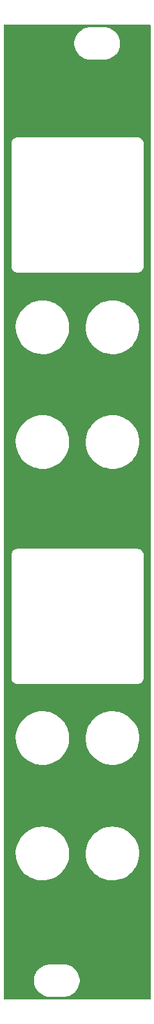
<source format=gbr>
%TF.GenerationSoftware,KiCad,Pcbnew,(6.0.11)*%
%TF.CreationDate,2023-01-29T15:19:43+00:00*%
%TF.ProjectId,Quadraphone_Breakout_Panel,51756164-7261-4706-986f-6e655f427265,rev?*%
%TF.SameCoordinates,Original*%
%TF.FileFunction,Copper,L1,Top*%
%TF.FilePolarity,Positive*%
%FSLAX46Y46*%
G04 Gerber Fmt 4.6, Leading zero omitted, Abs format (unit mm)*
G04 Created by KiCad (PCBNEW (6.0.11)) date 2023-01-29 15:19:43*
%MOMM*%
%LPD*%
G01*
G04 APERTURE LIST*
G04 APERTURE END LIST*
%TA.AperFunction,NonConductor*%
G36*
X68953621Y-41428502D02*
G01*
X69000114Y-41482158D01*
X69011500Y-41534500D01*
X69011500Y-168765500D01*
X68991498Y-168833621D01*
X68937842Y-168880114D01*
X68885500Y-168891500D01*
X49834500Y-168891500D01*
X49766379Y-168871498D01*
X49719886Y-168817842D01*
X49708500Y-168765500D01*
X49708500Y-166532703D01*
X53690743Y-166532703D01*
X53728268Y-166817734D01*
X53804129Y-167095036D01*
X53916923Y-167359476D01*
X54064561Y-167606161D01*
X54244313Y-167830528D01*
X54452851Y-168028423D01*
X54686317Y-168196186D01*
X54690112Y-168198195D01*
X54690113Y-168198196D01*
X54711869Y-168209715D01*
X54940392Y-168330712D01*
X55210373Y-168429511D01*
X55491264Y-168490755D01*
X55519841Y-168493004D01*
X55714282Y-168508307D01*
X55714291Y-168508307D01*
X55716739Y-168508500D01*
X57672271Y-168508500D01*
X57674407Y-168508354D01*
X57674418Y-168508354D01*
X57882548Y-168494165D01*
X57882554Y-168494164D01*
X57886825Y-168493873D01*
X57891020Y-168493004D01*
X57891022Y-168493004D01*
X58027584Y-168464723D01*
X58168342Y-168435574D01*
X58439343Y-168339607D01*
X58694812Y-168207750D01*
X58698313Y-168205289D01*
X58698317Y-168205287D01*
X58812417Y-168125096D01*
X58930023Y-168042441D01*
X59140622Y-167846740D01*
X59322713Y-167624268D01*
X59472927Y-167379142D01*
X59588483Y-167115898D01*
X59667244Y-166839406D01*
X59707751Y-166554784D01*
X59707845Y-166536951D01*
X59709235Y-166271583D01*
X59709235Y-166271576D01*
X59709257Y-166267297D01*
X59671732Y-165982266D01*
X59595871Y-165704964D01*
X59483077Y-165440524D01*
X59335439Y-165193839D01*
X59155687Y-164969472D01*
X58947149Y-164771577D01*
X58713683Y-164603814D01*
X58691843Y-164592250D01*
X58668654Y-164579972D01*
X58459608Y-164469288D01*
X58189627Y-164370489D01*
X57908736Y-164309245D01*
X57877685Y-164306801D01*
X57685718Y-164291693D01*
X57685709Y-164291693D01*
X57683261Y-164291500D01*
X55727729Y-164291500D01*
X55725593Y-164291646D01*
X55725582Y-164291646D01*
X55517452Y-164305835D01*
X55517446Y-164305836D01*
X55513175Y-164306127D01*
X55508980Y-164306996D01*
X55508978Y-164306996D01*
X55372417Y-164335276D01*
X55231658Y-164364426D01*
X54960657Y-164460393D01*
X54705188Y-164592250D01*
X54701687Y-164594711D01*
X54701683Y-164594713D01*
X54691594Y-164601804D01*
X54469977Y-164757559D01*
X54259378Y-164953260D01*
X54077287Y-165175732D01*
X53927073Y-165420858D01*
X53811517Y-165684102D01*
X53732756Y-165960594D01*
X53692249Y-166245216D01*
X53692227Y-166249505D01*
X53692226Y-166249512D01*
X53690765Y-166528417D01*
X53690743Y-166532703D01*
X49708500Y-166532703D01*
X49708500Y-149891972D01*
X51287724Y-149891972D01*
X51287990Y-149895313D01*
X51287990Y-149895318D01*
X51302829Y-150081777D01*
X51317384Y-150264680D01*
X51318004Y-150267975D01*
X51318004Y-150267978D01*
X51353286Y-150455596D01*
X51386482Y-150632126D01*
X51494234Y-150990149D01*
X51639422Y-151334694D01*
X51820400Y-151661861D01*
X51822321Y-151664599D01*
X51822327Y-151664609D01*
X52033197Y-151965202D01*
X52035120Y-151967943D01*
X52281149Y-152249476D01*
X52555702Y-152503270D01*
X52855670Y-152726452D01*
X52858557Y-152728156D01*
X53174764Y-152914789D01*
X53174769Y-152914792D01*
X53177655Y-152916495D01*
X53518013Y-153071246D01*
X53699521Y-153131450D01*
X53869696Y-153187895D01*
X53869703Y-153187897D01*
X53872887Y-153188953D01*
X53876172Y-153189666D01*
X53876171Y-153189666D01*
X54234981Y-153267572D01*
X54234984Y-153267572D01*
X54238261Y-153268284D01*
X54433587Y-153289331D01*
X54607477Y-153308068D01*
X54607485Y-153308069D01*
X54609995Y-153308339D01*
X54612515Y-153308407D01*
X54612527Y-153308408D01*
X54614515Y-153308461D01*
X54615945Y-153308500D01*
X54893461Y-153308500D01*
X54895127Y-153308411D01*
X54895136Y-153308411D01*
X55170022Y-153293764D01*
X55170028Y-153293763D01*
X55173357Y-153293586D01*
X55176649Y-153293056D01*
X55176656Y-153293055D01*
X55539170Y-153234665D01*
X55539171Y-153234665D01*
X55542485Y-153234131D01*
X55545725Y-153233248D01*
X55545728Y-153233247D01*
X55899960Y-153136672D01*
X55899961Y-153136672D01*
X55903206Y-153135787D01*
X56251434Y-152999669D01*
X56583226Y-152827317D01*
X56894824Y-152620683D01*
X57182700Y-152382108D01*
X57443595Y-152114292D01*
X57556574Y-151970464D01*
X57672481Y-151822907D01*
X57672482Y-151822905D01*
X57674553Y-151820269D01*
X57872959Y-151503369D01*
X58036566Y-151167179D01*
X58163523Y-150815507D01*
X58252390Y-150452336D01*
X58302163Y-150081777D01*
X58307299Y-149891972D01*
X60487724Y-149891972D01*
X60487990Y-149895313D01*
X60487990Y-149895318D01*
X60502829Y-150081777D01*
X60517384Y-150264680D01*
X60518004Y-150267975D01*
X60518004Y-150267978D01*
X60553286Y-150455596D01*
X60586482Y-150632126D01*
X60694234Y-150990149D01*
X60839422Y-151334694D01*
X61020400Y-151661861D01*
X61022321Y-151664599D01*
X61022327Y-151664609D01*
X61233197Y-151965202D01*
X61235120Y-151967943D01*
X61481149Y-152249476D01*
X61755702Y-152503270D01*
X62055670Y-152726452D01*
X62058557Y-152728156D01*
X62374764Y-152914789D01*
X62374769Y-152914792D01*
X62377655Y-152916495D01*
X62718013Y-153071246D01*
X62899521Y-153131450D01*
X63069696Y-153187895D01*
X63069703Y-153187897D01*
X63072887Y-153188953D01*
X63076172Y-153189666D01*
X63076171Y-153189666D01*
X63434981Y-153267572D01*
X63434984Y-153267572D01*
X63438261Y-153268284D01*
X63633587Y-153289331D01*
X63807477Y-153308068D01*
X63807485Y-153308069D01*
X63809995Y-153308339D01*
X63812515Y-153308407D01*
X63812527Y-153308408D01*
X63814515Y-153308461D01*
X63815945Y-153308500D01*
X64093461Y-153308500D01*
X64095127Y-153308411D01*
X64095136Y-153308411D01*
X64370022Y-153293764D01*
X64370028Y-153293763D01*
X64373357Y-153293586D01*
X64376649Y-153293056D01*
X64376656Y-153293055D01*
X64739170Y-153234665D01*
X64739171Y-153234665D01*
X64742485Y-153234131D01*
X64745725Y-153233248D01*
X64745728Y-153233247D01*
X65099960Y-153136672D01*
X65099961Y-153136672D01*
X65103206Y-153135787D01*
X65451434Y-152999669D01*
X65783226Y-152827317D01*
X66094824Y-152620683D01*
X66382700Y-152382108D01*
X66643595Y-152114292D01*
X66756574Y-151970464D01*
X66872481Y-151822907D01*
X66872482Y-151822905D01*
X66874553Y-151820269D01*
X67072959Y-151503369D01*
X67236566Y-151167179D01*
X67363523Y-150815507D01*
X67452390Y-150452336D01*
X67502163Y-150081777D01*
X67512276Y-149708028D01*
X67512010Y-149704682D01*
X67482883Y-149338669D01*
X67482882Y-149338660D01*
X67482616Y-149335320D01*
X67447952Y-149150984D01*
X67414136Y-148971158D01*
X67414134Y-148971150D01*
X67413518Y-148967874D01*
X67305766Y-148609851D01*
X67160578Y-148265306D01*
X66979600Y-147938139D01*
X66977679Y-147935401D01*
X66977673Y-147935391D01*
X66766803Y-147634798D01*
X66766802Y-147634796D01*
X66764880Y-147632057D01*
X66518851Y-147350524D01*
X66244298Y-147096730D01*
X65944330Y-146873548D01*
X65770823Y-146771140D01*
X65625236Y-146685211D01*
X65625231Y-146685208D01*
X65622345Y-146683505D01*
X65281987Y-146528754D01*
X65084735Y-146463328D01*
X64930304Y-146412105D01*
X64930297Y-146412103D01*
X64927113Y-146411047D01*
X64716578Y-146365335D01*
X64565019Y-146332428D01*
X64565016Y-146332428D01*
X64561739Y-146331716D01*
X64325270Y-146306236D01*
X64192523Y-146291932D01*
X64192515Y-146291931D01*
X64190005Y-146291661D01*
X64187485Y-146291593D01*
X64187473Y-146291592D01*
X64185485Y-146291539D01*
X64184055Y-146291500D01*
X63906539Y-146291500D01*
X63904873Y-146291589D01*
X63904864Y-146291589D01*
X63629978Y-146306236D01*
X63629972Y-146306237D01*
X63626643Y-146306414D01*
X63623351Y-146306944D01*
X63623344Y-146306945D01*
X63260830Y-146365335D01*
X63257515Y-146365869D01*
X63254275Y-146366752D01*
X63254272Y-146366753D01*
X62900040Y-146463328D01*
X62896794Y-146464213D01*
X62548566Y-146600331D01*
X62216774Y-146772683D01*
X61905176Y-146979317D01*
X61617300Y-147217892D01*
X61356405Y-147485708D01*
X61354338Y-147488340D01*
X61354334Y-147488344D01*
X61241446Y-147632057D01*
X61125447Y-147779731D01*
X60927041Y-148096631D01*
X60763434Y-148432821D01*
X60636477Y-148784493D01*
X60547610Y-149147664D01*
X60497837Y-149518223D01*
X60487724Y-149891972D01*
X58307299Y-149891972D01*
X58312276Y-149708028D01*
X58312010Y-149704682D01*
X58282883Y-149338669D01*
X58282882Y-149338660D01*
X58282616Y-149335320D01*
X58247952Y-149150984D01*
X58214136Y-148971158D01*
X58214134Y-148971150D01*
X58213518Y-148967874D01*
X58105766Y-148609851D01*
X57960578Y-148265306D01*
X57779600Y-147938139D01*
X57777679Y-147935401D01*
X57777673Y-147935391D01*
X57566803Y-147634798D01*
X57566802Y-147634796D01*
X57564880Y-147632057D01*
X57318851Y-147350524D01*
X57044298Y-147096730D01*
X56744330Y-146873548D01*
X56570823Y-146771140D01*
X56425236Y-146685211D01*
X56425231Y-146685208D01*
X56422345Y-146683505D01*
X56081987Y-146528754D01*
X55884735Y-146463328D01*
X55730304Y-146412105D01*
X55730297Y-146412103D01*
X55727113Y-146411047D01*
X55516578Y-146365335D01*
X55365019Y-146332428D01*
X55365016Y-146332428D01*
X55361739Y-146331716D01*
X55125270Y-146306236D01*
X54992523Y-146291932D01*
X54992515Y-146291931D01*
X54990005Y-146291661D01*
X54987485Y-146291593D01*
X54987473Y-146291592D01*
X54985485Y-146291539D01*
X54984055Y-146291500D01*
X54706539Y-146291500D01*
X54704873Y-146291589D01*
X54704864Y-146291589D01*
X54429978Y-146306236D01*
X54429972Y-146306237D01*
X54426643Y-146306414D01*
X54423351Y-146306944D01*
X54423344Y-146306945D01*
X54060830Y-146365335D01*
X54057515Y-146365869D01*
X54054275Y-146366752D01*
X54054272Y-146366753D01*
X53700040Y-146463328D01*
X53696794Y-146464213D01*
X53348566Y-146600331D01*
X53016774Y-146772683D01*
X52705176Y-146979317D01*
X52417300Y-147217892D01*
X52156405Y-147485708D01*
X52154338Y-147488340D01*
X52154334Y-147488344D01*
X52041446Y-147632057D01*
X51925447Y-147779731D01*
X51727041Y-148096631D01*
X51563434Y-148432821D01*
X51436477Y-148784493D01*
X51347610Y-149147664D01*
X51297837Y-149518223D01*
X51287724Y-149891972D01*
X49708500Y-149891972D01*
X49708500Y-134791972D01*
X51287724Y-134791972D01*
X51287990Y-134795313D01*
X51287990Y-134795318D01*
X51302829Y-134981777D01*
X51317384Y-135164680D01*
X51318004Y-135167975D01*
X51318004Y-135167978D01*
X51353286Y-135355596D01*
X51386482Y-135532126D01*
X51494234Y-135890149D01*
X51639422Y-136234694D01*
X51820400Y-136561861D01*
X51822321Y-136564599D01*
X51822327Y-136564609D01*
X52033197Y-136865202D01*
X52035120Y-136867943D01*
X52281149Y-137149476D01*
X52555702Y-137403270D01*
X52855670Y-137626452D01*
X52858557Y-137628156D01*
X53174764Y-137814789D01*
X53174769Y-137814792D01*
X53177655Y-137816495D01*
X53518013Y-137971246D01*
X53699521Y-138031450D01*
X53869696Y-138087895D01*
X53869703Y-138087897D01*
X53872887Y-138088953D01*
X53876172Y-138089666D01*
X53876171Y-138089666D01*
X54234981Y-138167572D01*
X54234984Y-138167572D01*
X54238261Y-138168284D01*
X54433587Y-138189331D01*
X54607477Y-138208068D01*
X54607485Y-138208069D01*
X54609995Y-138208339D01*
X54612515Y-138208407D01*
X54612527Y-138208408D01*
X54614515Y-138208461D01*
X54615945Y-138208500D01*
X54893461Y-138208500D01*
X54895127Y-138208411D01*
X54895136Y-138208411D01*
X55170022Y-138193764D01*
X55170028Y-138193763D01*
X55173357Y-138193586D01*
X55176649Y-138193056D01*
X55176656Y-138193055D01*
X55539170Y-138134665D01*
X55539171Y-138134665D01*
X55542485Y-138134131D01*
X55545725Y-138133248D01*
X55545728Y-138133247D01*
X55899960Y-138036672D01*
X55899961Y-138036672D01*
X55903206Y-138035787D01*
X56251434Y-137899669D01*
X56583226Y-137727317D01*
X56894824Y-137520683D01*
X57182700Y-137282108D01*
X57443595Y-137014292D01*
X57556574Y-136870464D01*
X57672481Y-136722907D01*
X57672482Y-136722905D01*
X57674553Y-136720269D01*
X57872959Y-136403369D01*
X58036566Y-136067179D01*
X58163523Y-135715507D01*
X58252390Y-135352336D01*
X58302163Y-134981777D01*
X58307299Y-134791972D01*
X60487724Y-134791972D01*
X60487990Y-134795313D01*
X60487990Y-134795318D01*
X60502829Y-134981777D01*
X60517384Y-135164680D01*
X60518004Y-135167975D01*
X60518004Y-135167978D01*
X60553286Y-135355596D01*
X60586482Y-135532126D01*
X60694234Y-135890149D01*
X60839422Y-136234694D01*
X61020400Y-136561861D01*
X61022321Y-136564599D01*
X61022327Y-136564609D01*
X61233197Y-136865202D01*
X61235120Y-136867943D01*
X61481149Y-137149476D01*
X61755702Y-137403270D01*
X62055670Y-137626452D01*
X62058557Y-137628156D01*
X62374764Y-137814789D01*
X62374769Y-137814792D01*
X62377655Y-137816495D01*
X62718013Y-137971246D01*
X62899521Y-138031450D01*
X63069696Y-138087895D01*
X63069703Y-138087897D01*
X63072887Y-138088953D01*
X63076172Y-138089666D01*
X63076171Y-138089666D01*
X63434981Y-138167572D01*
X63434984Y-138167572D01*
X63438261Y-138168284D01*
X63633587Y-138189331D01*
X63807477Y-138208068D01*
X63807485Y-138208069D01*
X63809995Y-138208339D01*
X63812515Y-138208407D01*
X63812527Y-138208408D01*
X63814515Y-138208461D01*
X63815945Y-138208500D01*
X64093461Y-138208500D01*
X64095127Y-138208411D01*
X64095136Y-138208411D01*
X64370022Y-138193764D01*
X64370028Y-138193763D01*
X64373357Y-138193586D01*
X64376649Y-138193056D01*
X64376656Y-138193055D01*
X64739170Y-138134665D01*
X64739171Y-138134665D01*
X64742485Y-138134131D01*
X64745725Y-138133248D01*
X64745728Y-138133247D01*
X65099960Y-138036672D01*
X65099961Y-138036672D01*
X65103206Y-138035787D01*
X65451434Y-137899669D01*
X65783226Y-137727317D01*
X66094824Y-137520683D01*
X66382700Y-137282108D01*
X66643595Y-137014292D01*
X66756574Y-136870464D01*
X66872481Y-136722907D01*
X66872482Y-136722905D01*
X66874553Y-136720269D01*
X67072959Y-136403369D01*
X67236566Y-136067179D01*
X67363523Y-135715507D01*
X67452390Y-135352336D01*
X67502163Y-134981777D01*
X67512276Y-134608028D01*
X67512010Y-134604682D01*
X67482883Y-134238669D01*
X67482882Y-134238660D01*
X67482616Y-134235320D01*
X67447952Y-134050984D01*
X67414136Y-133871158D01*
X67414134Y-133871150D01*
X67413518Y-133867874D01*
X67305766Y-133509851D01*
X67160578Y-133165306D01*
X66979600Y-132838139D01*
X66977679Y-132835401D01*
X66977673Y-132835391D01*
X66766803Y-132534798D01*
X66766802Y-132534796D01*
X66764880Y-132532057D01*
X66518851Y-132250524D01*
X66244298Y-131996730D01*
X65944330Y-131773548D01*
X65770823Y-131671140D01*
X65625236Y-131585211D01*
X65625231Y-131585208D01*
X65622345Y-131583505D01*
X65281987Y-131428754D01*
X65084735Y-131363328D01*
X64930304Y-131312105D01*
X64930297Y-131312103D01*
X64927113Y-131311047D01*
X64716578Y-131265335D01*
X64565019Y-131232428D01*
X64565016Y-131232428D01*
X64561739Y-131231716D01*
X64325270Y-131206236D01*
X64192523Y-131191932D01*
X64192515Y-131191931D01*
X64190005Y-131191661D01*
X64187485Y-131191593D01*
X64187473Y-131191592D01*
X64185485Y-131191539D01*
X64184055Y-131191500D01*
X63906539Y-131191500D01*
X63904873Y-131191589D01*
X63904864Y-131191589D01*
X63629978Y-131206236D01*
X63629972Y-131206237D01*
X63626643Y-131206414D01*
X63623351Y-131206944D01*
X63623344Y-131206945D01*
X63260830Y-131265335D01*
X63257515Y-131265869D01*
X63254275Y-131266752D01*
X63254272Y-131266753D01*
X62900040Y-131363328D01*
X62896794Y-131364213D01*
X62548566Y-131500331D01*
X62216774Y-131672683D01*
X61905176Y-131879317D01*
X61617300Y-132117892D01*
X61356405Y-132385708D01*
X61354338Y-132388340D01*
X61354334Y-132388344D01*
X61241446Y-132532057D01*
X61125447Y-132679731D01*
X60927041Y-132996631D01*
X60763434Y-133332821D01*
X60636477Y-133684493D01*
X60547610Y-134047664D01*
X60497837Y-134418223D01*
X60487724Y-134791972D01*
X58307299Y-134791972D01*
X58312276Y-134608028D01*
X58312010Y-134604682D01*
X58282883Y-134238669D01*
X58282882Y-134238660D01*
X58282616Y-134235320D01*
X58247952Y-134050984D01*
X58214136Y-133871158D01*
X58214134Y-133871150D01*
X58213518Y-133867874D01*
X58105766Y-133509851D01*
X57960578Y-133165306D01*
X57779600Y-132838139D01*
X57777679Y-132835401D01*
X57777673Y-132835391D01*
X57566803Y-132534798D01*
X57566802Y-132534796D01*
X57564880Y-132532057D01*
X57318851Y-132250524D01*
X57044298Y-131996730D01*
X56744330Y-131773548D01*
X56570823Y-131671140D01*
X56425236Y-131585211D01*
X56425231Y-131585208D01*
X56422345Y-131583505D01*
X56081987Y-131428754D01*
X55884735Y-131363328D01*
X55730304Y-131312105D01*
X55730297Y-131312103D01*
X55727113Y-131311047D01*
X55516578Y-131265335D01*
X55365019Y-131232428D01*
X55365016Y-131232428D01*
X55361739Y-131231716D01*
X55125270Y-131206236D01*
X54992523Y-131191932D01*
X54992515Y-131191931D01*
X54990005Y-131191661D01*
X54987485Y-131191593D01*
X54987473Y-131191592D01*
X54985485Y-131191539D01*
X54984055Y-131191500D01*
X54706539Y-131191500D01*
X54704873Y-131191589D01*
X54704864Y-131191589D01*
X54429978Y-131206236D01*
X54429972Y-131206237D01*
X54426643Y-131206414D01*
X54423351Y-131206944D01*
X54423344Y-131206945D01*
X54060830Y-131265335D01*
X54057515Y-131265869D01*
X54054275Y-131266752D01*
X54054272Y-131266753D01*
X53700040Y-131363328D01*
X53696794Y-131364213D01*
X53348566Y-131500331D01*
X53016774Y-131672683D01*
X52705176Y-131879317D01*
X52417300Y-132117892D01*
X52156405Y-132385708D01*
X52154338Y-132388340D01*
X52154334Y-132388344D01*
X52041446Y-132532057D01*
X51925447Y-132679731D01*
X51727041Y-132996631D01*
X51563434Y-133332821D01*
X51436477Y-133684493D01*
X51347610Y-134047664D01*
X51297837Y-134418223D01*
X51287724Y-134791972D01*
X49708500Y-134791972D01*
X49708500Y-110781148D01*
X50726272Y-110781148D01*
X50726454Y-110793699D01*
X50727271Y-110798489D01*
X50729707Y-110812775D01*
X50731500Y-110833956D01*
X50731500Y-126757127D01*
X50729066Y-126781772D01*
X50727037Y-126791946D01*
X50726505Y-126804488D01*
X50727049Y-126809320D01*
X50729618Y-126832156D01*
X50730122Y-126837754D01*
X50738438Y-126960885D01*
X50740036Y-126966826D01*
X50740036Y-126966828D01*
X50743252Y-126978785D01*
X50779136Y-127112219D01*
X50848426Y-127252781D01*
X50852165Y-127257666D01*
X50939932Y-127372339D01*
X50939935Y-127372343D01*
X50943673Y-127377226D01*
X50948290Y-127381294D01*
X50948291Y-127381295D01*
X50981698Y-127410728D01*
X51061256Y-127480824D01*
X51196707Y-127559638D01*
X51344877Y-127610672D01*
X51350981Y-127611510D01*
X51448843Y-127624945D01*
X51457409Y-127626424D01*
X51475181Y-127630127D01*
X51487543Y-127632703D01*
X51492399Y-127632951D01*
X51492400Y-127632951D01*
X51492713Y-127632967D01*
X51500080Y-127633343D01*
X51540231Y-127629174D01*
X51553245Y-127628500D01*
X67207878Y-127628500D01*
X67227477Y-127630723D01*
X67227566Y-127630127D01*
X67232392Y-127630849D01*
X67237127Y-127631937D01*
X67241975Y-127632284D01*
X67241978Y-127632284D01*
X67244787Y-127632485D01*
X67244793Y-127632485D01*
X67249648Y-127632832D01*
X67254495Y-127632428D01*
X67254507Y-127632428D01*
X67268354Y-127631274D01*
X67273222Y-127630963D01*
X67409517Y-127624908D01*
X67409520Y-127624908D01*
X67416039Y-127624618D01*
X67577311Y-127583194D01*
X67631311Y-127556544D01*
X67720769Y-127512395D01*
X67720772Y-127512393D01*
X67726624Y-127509505D01*
X67759219Y-127483921D01*
X67777587Y-127469504D01*
X67857602Y-127406698D01*
X67964651Y-127279163D01*
X68043200Y-127132348D01*
X68089893Y-126972522D01*
X68099088Y-126853672D01*
X68099949Y-126845786D01*
X68103728Y-126819042D01*
X68103551Y-126806490D01*
X68100285Y-126787295D01*
X68098500Y-126766160D01*
X68098500Y-110826209D01*
X68099814Y-110808063D01*
X68103026Y-110785996D01*
X68103026Y-110785990D01*
X68103728Y-110781169D01*
X68103603Y-110768616D01*
X68099179Y-110741951D01*
X68098380Y-110736362D01*
X68083973Y-110616475D01*
X68083973Y-110616473D01*
X68083240Y-110610377D01*
X68033931Y-110458788D01*
X67956199Y-110319616D01*
X67878296Y-110227919D01*
X67856967Y-110202814D01*
X67856965Y-110202812D01*
X67852989Y-110198132D01*
X67848186Y-110194313D01*
X67848183Y-110194311D01*
X67733015Y-110102758D01*
X67728206Y-110098935D01*
X67586576Y-110025780D01*
X67433460Y-109981436D01*
X67427344Y-109980903D01*
X67427341Y-109980902D01*
X67325931Y-109972057D01*
X67325069Y-109971982D01*
X67316413Y-109970924D01*
X67287195Y-109966321D01*
X67282333Y-109966312D01*
X67282327Y-109966312D01*
X67280925Y-109966310D01*
X67274642Y-109966299D01*
X67269835Y-109967039D01*
X67269830Y-109967039D01*
X67250368Y-109970034D01*
X67231206Y-109971500D01*
X51559800Y-109971500D01*
X51544183Y-109970528D01*
X51515595Y-109966957D01*
X51515592Y-109966957D01*
X51510766Y-109966354D01*
X51498219Y-109966733D01*
X51483280Y-109969524D01*
X51472494Y-109971538D01*
X51466891Y-109972454D01*
X51442243Y-109975917D01*
X51343586Y-109989780D01*
X51337798Y-109991788D01*
X51337795Y-109991789D01*
X51269798Y-110015383D01*
X51196010Y-110040986D01*
X51190719Y-110044075D01*
X51190718Y-110044075D01*
X51096736Y-110098935D01*
X51061104Y-110119734D01*
X50943949Y-110223058D01*
X50940228Y-110227916D01*
X50940225Y-110227919D01*
X50852688Y-110342196D01*
X50852685Y-110342201D01*
X50848959Y-110347065D01*
X50846242Y-110352559D01*
X50793706Y-110458788D01*
X50779711Y-110487085D01*
X50738813Y-110637844D01*
X50731627Y-110739570D01*
X50729944Y-110739451D01*
X50730146Y-110741301D01*
X50731498Y-110741397D01*
X50731426Y-110742413D01*
X50730855Y-110747806D01*
X50730906Y-110748268D01*
X50730653Y-110750062D01*
X50730606Y-110750167D01*
X50730508Y-110751089D01*
X50726272Y-110781148D01*
X49708500Y-110781148D01*
X49708500Y-96091972D01*
X51287724Y-96091972D01*
X51287990Y-96095313D01*
X51287990Y-96095318D01*
X51302829Y-96281777D01*
X51317384Y-96464680D01*
X51318004Y-96467975D01*
X51318004Y-96467978D01*
X51353286Y-96655596D01*
X51386482Y-96832126D01*
X51494234Y-97190149D01*
X51639422Y-97534694D01*
X51820400Y-97861861D01*
X51822321Y-97864599D01*
X51822327Y-97864609D01*
X52033197Y-98165202D01*
X52035120Y-98167943D01*
X52281149Y-98449476D01*
X52555702Y-98703270D01*
X52855670Y-98926452D01*
X52858557Y-98928156D01*
X53174764Y-99114789D01*
X53174769Y-99114792D01*
X53177655Y-99116495D01*
X53518013Y-99271246D01*
X53699521Y-99331450D01*
X53869696Y-99387895D01*
X53869703Y-99387897D01*
X53872887Y-99388953D01*
X53876172Y-99389666D01*
X53876171Y-99389666D01*
X54234981Y-99467572D01*
X54234984Y-99467572D01*
X54238261Y-99468284D01*
X54433587Y-99489331D01*
X54607477Y-99508068D01*
X54607485Y-99508069D01*
X54609995Y-99508339D01*
X54612515Y-99508407D01*
X54612527Y-99508408D01*
X54614515Y-99508461D01*
X54615945Y-99508500D01*
X54893461Y-99508500D01*
X54895127Y-99508411D01*
X54895136Y-99508411D01*
X55170022Y-99493764D01*
X55170028Y-99493763D01*
X55173357Y-99493586D01*
X55176649Y-99493056D01*
X55176656Y-99493055D01*
X55539170Y-99434665D01*
X55539171Y-99434665D01*
X55542485Y-99434131D01*
X55545725Y-99433248D01*
X55545728Y-99433247D01*
X55899960Y-99336672D01*
X55899961Y-99336672D01*
X55903206Y-99335787D01*
X56251434Y-99199669D01*
X56583226Y-99027317D01*
X56894824Y-98820683D01*
X57182700Y-98582108D01*
X57443595Y-98314292D01*
X57556574Y-98170464D01*
X57672481Y-98022907D01*
X57672482Y-98022905D01*
X57674553Y-98020269D01*
X57872959Y-97703369D01*
X58036566Y-97367179D01*
X58163523Y-97015507D01*
X58252390Y-96652336D01*
X58302163Y-96281777D01*
X58307299Y-96091972D01*
X60487724Y-96091972D01*
X60487990Y-96095313D01*
X60487990Y-96095318D01*
X60502829Y-96281777D01*
X60517384Y-96464680D01*
X60518004Y-96467975D01*
X60518004Y-96467978D01*
X60553286Y-96655596D01*
X60586482Y-96832126D01*
X60694234Y-97190149D01*
X60839422Y-97534694D01*
X61020400Y-97861861D01*
X61022321Y-97864599D01*
X61022327Y-97864609D01*
X61233197Y-98165202D01*
X61235120Y-98167943D01*
X61481149Y-98449476D01*
X61755702Y-98703270D01*
X62055670Y-98926452D01*
X62058557Y-98928156D01*
X62374764Y-99114789D01*
X62374769Y-99114792D01*
X62377655Y-99116495D01*
X62718013Y-99271246D01*
X62899521Y-99331450D01*
X63069696Y-99387895D01*
X63069703Y-99387897D01*
X63072887Y-99388953D01*
X63076172Y-99389666D01*
X63076171Y-99389666D01*
X63434981Y-99467572D01*
X63434984Y-99467572D01*
X63438261Y-99468284D01*
X63633587Y-99489331D01*
X63807477Y-99508068D01*
X63807485Y-99508069D01*
X63809995Y-99508339D01*
X63812515Y-99508407D01*
X63812527Y-99508408D01*
X63814515Y-99508461D01*
X63815945Y-99508500D01*
X64093461Y-99508500D01*
X64095127Y-99508411D01*
X64095136Y-99508411D01*
X64370022Y-99493764D01*
X64370028Y-99493763D01*
X64373357Y-99493586D01*
X64376649Y-99493056D01*
X64376656Y-99493055D01*
X64739170Y-99434665D01*
X64739171Y-99434665D01*
X64742485Y-99434131D01*
X64745725Y-99433248D01*
X64745728Y-99433247D01*
X65099960Y-99336672D01*
X65099961Y-99336672D01*
X65103206Y-99335787D01*
X65451434Y-99199669D01*
X65783226Y-99027317D01*
X66094824Y-98820683D01*
X66382700Y-98582108D01*
X66643595Y-98314292D01*
X66756574Y-98170464D01*
X66872481Y-98022907D01*
X66872482Y-98022905D01*
X66874553Y-98020269D01*
X67072959Y-97703369D01*
X67236566Y-97367179D01*
X67363523Y-97015507D01*
X67452390Y-96652336D01*
X67502163Y-96281777D01*
X67512276Y-95908028D01*
X67512010Y-95904682D01*
X67482883Y-95538669D01*
X67482882Y-95538660D01*
X67482616Y-95535320D01*
X67447952Y-95350984D01*
X67414136Y-95171158D01*
X67414134Y-95171150D01*
X67413518Y-95167874D01*
X67305766Y-94809851D01*
X67160578Y-94465306D01*
X66979600Y-94138139D01*
X66977679Y-94135401D01*
X66977673Y-94135391D01*
X66766803Y-93834798D01*
X66766802Y-93834796D01*
X66764880Y-93832057D01*
X66518851Y-93550524D01*
X66244298Y-93296730D01*
X65944330Y-93073548D01*
X65770823Y-92971140D01*
X65625236Y-92885211D01*
X65625231Y-92885208D01*
X65622345Y-92883505D01*
X65281987Y-92728754D01*
X65084735Y-92663328D01*
X64930304Y-92612105D01*
X64930297Y-92612103D01*
X64927113Y-92611047D01*
X64716578Y-92565335D01*
X64565019Y-92532428D01*
X64565016Y-92532428D01*
X64561739Y-92531716D01*
X64325270Y-92506236D01*
X64192523Y-92491932D01*
X64192515Y-92491931D01*
X64190005Y-92491661D01*
X64187485Y-92491593D01*
X64187473Y-92491592D01*
X64185485Y-92491539D01*
X64184055Y-92491500D01*
X63906539Y-92491500D01*
X63904873Y-92491589D01*
X63904864Y-92491589D01*
X63629978Y-92506236D01*
X63629972Y-92506237D01*
X63626643Y-92506414D01*
X63623351Y-92506944D01*
X63623344Y-92506945D01*
X63260830Y-92565335D01*
X63257515Y-92565869D01*
X63254275Y-92566752D01*
X63254272Y-92566753D01*
X62900040Y-92663328D01*
X62896794Y-92664213D01*
X62548566Y-92800331D01*
X62216774Y-92972683D01*
X61905176Y-93179317D01*
X61617300Y-93417892D01*
X61356405Y-93685708D01*
X61354338Y-93688340D01*
X61354334Y-93688344D01*
X61241446Y-93832057D01*
X61125447Y-93979731D01*
X60927041Y-94296631D01*
X60763434Y-94632821D01*
X60636477Y-94984493D01*
X60547610Y-95347664D01*
X60497837Y-95718223D01*
X60487724Y-96091972D01*
X58307299Y-96091972D01*
X58312276Y-95908028D01*
X58312010Y-95904682D01*
X58282883Y-95538669D01*
X58282882Y-95538660D01*
X58282616Y-95535320D01*
X58247952Y-95350984D01*
X58214136Y-95171158D01*
X58214134Y-95171150D01*
X58213518Y-95167874D01*
X58105766Y-94809851D01*
X57960578Y-94465306D01*
X57779600Y-94138139D01*
X57777679Y-94135401D01*
X57777673Y-94135391D01*
X57566803Y-93834798D01*
X57566802Y-93834796D01*
X57564880Y-93832057D01*
X57318851Y-93550524D01*
X57044298Y-93296730D01*
X56744330Y-93073548D01*
X56570823Y-92971140D01*
X56425236Y-92885211D01*
X56425231Y-92885208D01*
X56422345Y-92883505D01*
X56081987Y-92728754D01*
X55884735Y-92663328D01*
X55730304Y-92612105D01*
X55730297Y-92612103D01*
X55727113Y-92611047D01*
X55516578Y-92565335D01*
X55365019Y-92532428D01*
X55365016Y-92532428D01*
X55361739Y-92531716D01*
X55125270Y-92506236D01*
X54992523Y-92491932D01*
X54992515Y-92491931D01*
X54990005Y-92491661D01*
X54987485Y-92491593D01*
X54987473Y-92491592D01*
X54985485Y-92491539D01*
X54984055Y-92491500D01*
X54706539Y-92491500D01*
X54704873Y-92491589D01*
X54704864Y-92491589D01*
X54429978Y-92506236D01*
X54429972Y-92506237D01*
X54426643Y-92506414D01*
X54423351Y-92506944D01*
X54423344Y-92506945D01*
X54060830Y-92565335D01*
X54057515Y-92565869D01*
X54054275Y-92566752D01*
X54054272Y-92566753D01*
X53700040Y-92663328D01*
X53696794Y-92664213D01*
X53348566Y-92800331D01*
X53016774Y-92972683D01*
X52705176Y-93179317D01*
X52417300Y-93417892D01*
X52156405Y-93685708D01*
X52154338Y-93688340D01*
X52154334Y-93688344D01*
X52041446Y-93832057D01*
X51925447Y-93979731D01*
X51727041Y-94296631D01*
X51563434Y-94632821D01*
X51436477Y-94984493D01*
X51347610Y-95347664D01*
X51297837Y-95718223D01*
X51287724Y-96091972D01*
X49708500Y-96091972D01*
X49708500Y-81091972D01*
X51287724Y-81091972D01*
X51287990Y-81095313D01*
X51287990Y-81095318D01*
X51302829Y-81281777D01*
X51317384Y-81464680D01*
X51318004Y-81467975D01*
X51318004Y-81467978D01*
X51353286Y-81655596D01*
X51386482Y-81832126D01*
X51494234Y-82190149D01*
X51639422Y-82534694D01*
X51820400Y-82861861D01*
X51822321Y-82864599D01*
X51822327Y-82864609D01*
X52033197Y-83165202D01*
X52035120Y-83167943D01*
X52281149Y-83449476D01*
X52555702Y-83703270D01*
X52855670Y-83926452D01*
X52858557Y-83928156D01*
X53174764Y-84114789D01*
X53174769Y-84114792D01*
X53177655Y-84116495D01*
X53518013Y-84271246D01*
X53699521Y-84331450D01*
X53869696Y-84387895D01*
X53869703Y-84387897D01*
X53872887Y-84388953D01*
X53876172Y-84389666D01*
X53876171Y-84389666D01*
X54234981Y-84467572D01*
X54234984Y-84467572D01*
X54238261Y-84468284D01*
X54433587Y-84489331D01*
X54607477Y-84508068D01*
X54607485Y-84508069D01*
X54609995Y-84508339D01*
X54612515Y-84508407D01*
X54612527Y-84508408D01*
X54614515Y-84508461D01*
X54615945Y-84508500D01*
X54893461Y-84508500D01*
X54895127Y-84508411D01*
X54895136Y-84508411D01*
X55170022Y-84493764D01*
X55170028Y-84493763D01*
X55173357Y-84493586D01*
X55176649Y-84493056D01*
X55176656Y-84493055D01*
X55539170Y-84434665D01*
X55539171Y-84434665D01*
X55542485Y-84434131D01*
X55545725Y-84433248D01*
X55545728Y-84433247D01*
X55899960Y-84336672D01*
X55899961Y-84336672D01*
X55903206Y-84335787D01*
X56251434Y-84199669D01*
X56583226Y-84027317D01*
X56894824Y-83820683D01*
X57182700Y-83582108D01*
X57443595Y-83314292D01*
X57556574Y-83170464D01*
X57672481Y-83022907D01*
X57672482Y-83022905D01*
X57674553Y-83020269D01*
X57872959Y-82703369D01*
X58036566Y-82367179D01*
X58163523Y-82015507D01*
X58252390Y-81652336D01*
X58302163Y-81281777D01*
X58307299Y-81091972D01*
X60487724Y-81091972D01*
X60487990Y-81095313D01*
X60487990Y-81095318D01*
X60502829Y-81281777D01*
X60517384Y-81464680D01*
X60518004Y-81467975D01*
X60518004Y-81467978D01*
X60553286Y-81655596D01*
X60586482Y-81832126D01*
X60694234Y-82190149D01*
X60839422Y-82534694D01*
X61020400Y-82861861D01*
X61022321Y-82864599D01*
X61022327Y-82864609D01*
X61233197Y-83165202D01*
X61235120Y-83167943D01*
X61481149Y-83449476D01*
X61755702Y-83703270D01*
X62055670Y-83926452D01*
X62058557Y-83928156D01*
X62374764Y-84114789D01*
X62374769Y-84114792D01*
X62377655Y-84116495D01*
X62718013Y-84271246D01*
X62899521Y-84331450D01*
X63069696Y-84387895D01*
X63069703Y-84387897D01*
X63072887Y-84388953D01*
X63076172Y-84389666D01*
X63076171Y-84389666D01*
X63434981Y-84467572D01*
X63434984Y-84467572D01*
X63438261Y-84468284D01*
X63633587Y-84489331D01*
X63807477Y-84508068D01*
X63807485Y-84508069D01*
X63809995Y-84508339D01*
X63812515Y-84508407D01*
X63812527Y-84508408D01*
X63814515Y-84508461D01*
X63815945Y-84508500D01*
X64093461Y-84508500D01*
X64095127Y-84508411D01*
X64095136Y-84508411D01*
X64370022Y-84493764D01*
X64370028Y-84493763D01*
X64373357Y-84493586D01*
X64376649Y-84493056D01*
X64376656Y-84493055D01*
X64739170Y-84434665D01*
X64739171Y-84434665D01*
X64742485Y-84434131D01*
X64745725Y-84433248D01*
X64745728Y-84433247D01*
X65099960Y-84336672D01*
X65099961Y-84336672D01*
X65103206Y-84335787D01*
X65451434Y-84199669D01*
X65783226Y-84027317D01*
X66094824Y-83820683D01*
X66382700Y-83582108D01*
X66643595Y-83314292D01*
X66756574Y-83170464D01*
X66872481Y-83022907D01*
X66872482Y-83022905D01*
X66874553Y-83020269D01*
X67072959Y-82703369D01*
X67236566Y-82367179D01*
X67363523Y-82015507D01*
X67452390Y-81652336D01*
X67502163Y-81281777D01*
X67512276Y-80908028D01*
X67512010Y-80904682D01*
X67482883Y-80538669D01*
X67482882Y-80538660D01*
X67482616Y-80535320D01*
X67447952Y-80350984D01*
X67414136Y-80171158D01*
X67414134Y-80171150D01*
X67413518Y-80167874D01*
X67305766Y-79809851D01*
X67160578Y-79465306D01*
X66979600Y-79138139D01*
X66977679Y-79135401D01*
X66977673Y-79135391D01*
X66766803Y-78834798D01*
X66766802Y-78834796D01*
X66764880Y-78832057D01*
X66518851Y-78550524D01*
X66244298Y-78296730D01*
X65944330Y-78073548D01*
X65770823Y-77971140D01*
X65625236Y-77885211D01*
X65625231Y-77885208D01*
X65622345Y-77883505D01*
X65281987Y-77728754D01*
X65084735Y-77663328D01*
X64930304Y-77612105D01*
X64930297Y-77612103D01*
X64927113Y-77611047D01*
X64716578Y-77565335D01*
X64565019Y-77532428D01*
X64565016Y-77532428D01*
X64561739Y-77531716D01*
X64325270Y-77506236D01*
X64192523Y-77491932D01*
X64192515Y-77491931D01*
X64190005Y-77491661D01*
X64187485Y-77491593D01*
X64187473Y-77491592D01*
X64185485Y-77491539D01*
X64184055Y-77491500D01*
X63906539Y-77491500D01*
X63904873Y-77491589D01*
X63904864Y-77491589D01*
X63629978Y-77506236D01*
X63629972Y-77506237D01*
X63626643Y-77506414D01*
X63623351Y-77506944D01*
X63623344Y-77506945D01*
X63260830Y-77565335D01*
X63257515Y-77565869D01*
X63254275Y-77566752D01*
X63254272Y-77566753D01*
X62900040Y-77663328D01*
X62896794Y-77664213D01*
X62548566Y-77800331D01*
X62216774Y-77972683D01*
X61905176Y-78179317D01*
X61617300Y-78417892D01*
X61356405Y-78685708D01*
X61354338Y-78688340D01*
X61354334Y-78688344D01*
X61241446Y-78832057D01*
X61125447Y-78979731D01*
X60927041Y-79296631D01*
X60763434Y-79632821D01*
X60636477Y-79984493D01*
X60547610Y-80347664D01*
X60497837Y-80718223D01*
X60487724Y-81091972D01*
X58307299Y-81091972D01*
X58312276Y-80908028D01*
X58312010Y-80904682D01*
X58282883Y-80538669D01*
X58282882Y-80538660D01*
X58282616Y-80535320D01*
X58247952Y-80350984D01*
X58214136Y-80171158D01*
X58214134Y-80171150D01*
X58213518Y-80167874D01*
X58105766Y-79809851D01*
X57960578Y-79465306D01*
X57779600Y-79138139D01*
X57777679Y-79135401D01*
X57777673Y-79135391D01*
X57566803Y-78834798D01*
X57566802Y-78834796D01*
X57564880Y-78832057D01*
X57318851Y-78550524D01*
X57044298Y-78296730D01*
X56744330Y-78073548D01*
X56570823Y-77971140D01*
X56425236Y-77885211D01*
X56425231Y-77885208D01*
X56422345Y-77883505D01*
X56081987Y-77728754D01*
X55884735Y-77663328D01*
X55730304Y-77612105D01*
X55730297Y-77612103D01*
X55727113Y-77611047D01*
X55516578Y-77565335D01*
X55365019Y-77532428D01*
X55365016Y-77532428D01*
X55361739Y-77531716D01*
X55125270Y-77506236D01*
X54992523Y-77491932D01*
X54992515Y-77491931D01*
X54990005Y-77491661D01*
X54987485Y-77491593D01*
X54987473Y-77491592D01*
X54985485Y-77491539D01*
X54984055Y-77491500D01*
X54706539Y-77491500D01*
X54704873Y-77491589D01*
X54704864Y-77491589D01*
X54429978Y-77506236D01*
X54429972Y-77506237D01*
X54426643Y-77506414D01*
X54423351Y-77506944D01*
X54423344Y-77506945D01*
X54060830Y-77565335D01*
X54057515Y-77565869D01*
X54054275Y-77566752D01*
X54054272Y-77566753D01*
X53700040Y-77663328D01*
X53696794Y-77664213D01*
X53348566Y-77800331D01*
X53016774Y-77972683D01*
X52705176Y-78179317D01*
X52417300Y-78417892D01*
X52156405Y-78685708D01*
X52154338Y-78688340D01*
X52154334Y-78688344D01*
X52041446Y-78832057D01*
X51925447Y-78979731D01*
X51727041Y-79296631D01*
X51563434Y-79632821D01*
X51436477Y-79984493D01*
X51347610Y-80347664D01*
X51297837Y-80718223D01*
X51287724Y-81091972D01*
X49708500Y-81091972D01*
X49708500Y-56981148D01*
X50726272Y-56981148D01*
X50726454Y-56993699D01*
X50727271Y-56998489D01*
X50729707Y-57012775D01*
X50731500Y-57033956D01*
X50731500Y-72957127D01*
X50729066Y-72981772D01*
X50727037Y-72991946D01*
X50726505Y-73004488D01*
X50727049Y-73009320D01*
X50729618Y-73032156D01*
X50730122Y-73037754D01*
X50738438Y-73160885D01*
X50740036Y-73166826D01*
X50740036Y-73166828D01*
X50743252Y-73178785D01*
X50779136Y-73312219D01*
X50848426Y-73452781D01*
X50852165Y-73457666D01*
X50939932Y-73572339D01*
X50939935Y-73572343D01*
X50943673Y-73577226D01*
X50948290Y-73581294D01*
X50948291Y-73581295D01*
X50981698Y-73610728D01*
X51061256Y-73680824D01*
X51196707Y-73759638D01*
X51344877Y-73810672D01*
X51350981Y-73811510D01*
X51448843Y-73824945D01*
X51457409Y-73826424D01*
X51475181Y-73830127D01*
X51487543Y-73832703D01*
X51492399Y-73832951D01*
X51492400Y-73832951D01*
X51492713Y-73832967D01*
X51500080Y-73833343D01*
X51540231Y-73829174D01*
X51553245Y-73828500D01*
X67207878Y-73828500D01*
X67227477Y-73830723D01*
X67227566Y-73830127D01*
X67232392Y-73830849D01*
X67237127Y-73831937D01*
X67241975Y-73832284D01*
X67241978Y-73832284D01*
X67244787Y-73832485D01*
X67244793Y-73832485D01*
X67249648Y-73832832D01*
X67254495Y-73832428D01*
X67254507Y-73832428D01*
X67268354Y-73831274D01*
X67273222Y-73830963D01*
X67409517Y-73824908D01*
X67409520Y-73824908D01*
X67416039Y-73824618D01*
X67577311Y-73783194D01*
X67631311Y-73756544D01*
X67720769Y-73712395D01*
X67720772Y-73712393D01*
X67726624Y-73709505D01*
X67759219Y-73683921D01*
X67777587Y-73669504D01*
X67857602Y-73606698D01*
X67964651Y-73479163D01*
X68043200Y-73332348D01*
X68089893Y-73172522D01*
X68099088Y-73053672D01*
X68099949Y-73045786D01*
X68103728Y-73019042D01*
X68103551Y-73006490D01*
X68100285Y-72987295D01*
X68098500Y-72966160D01*
X68098500Y-57026209D01*
X68099814Y-57008063D01*
X68103026Y-56985996D01*
X68103026Y-56985990D01*
X68103728Y-56981169D01*
X68103603Y-56968616D01*
X68099179Y-56941951D01*
X68098380Y-56936362D01*
X68083973Y-56816475D01*
X68083973Y-56816473D01*
X68083240Y-56810377D01*
X68033931Y-56658788D01*
X67956199Y-56519616D01*
X67878296Y-56427919D01*
X67856967Y-56402814D01*
X67856965Y-56402812D01*
X67852989Y-56398132D01*
X67848186Y-56394313D01*
X67848183Y-56394311D01*
X67733015Y-56302758D01*
X67728206Y-56298935D01*
X67586576Y-56225780D01*
X67433460Y-56181436D01*
X67427344Y-56180903D01*
X67427341Y-56180902D01*
X67325931Y-56172057D01*
X67325069Y-56171982D01*
X67316413Y-56170924D01*
X67287195Y-56166321D01*
X67282333Y-56166312D01*
X67282327Y-56166312D01*
X67280925Y-56166310D01*
X67274642Y-56166299D01*
X67269835Y-56167039D01*
X67269830Y-56167039D01*
X67250368Y-56170034D01*
X67231206Y-56171500D01*
X51559800Y-56171500D01*
X51544183Y-56170528D01*
X51515595Y-56166957D01*
X51515592Y-56166957D01*
X51510766Y-56166354D01*
X51498219Y-56166733D01*
X51483280Y-56169524D01*
X51472494Y-56171538D01*
X51466891Y-56172454D01*
X51442243Y-56175917D01*
X51343586Y-56189780D01*
X51337798Y-56191788D01*
X51337795Y-56191789D01*
X51269798Y-56215383D01*
X51196010Y-56240986D01*
X51190719Y-56244075D01*
X51190718Y-56244075D01*
X51096736Y-56298935D01*
X51061104Y-56319734D01*
X50943949Y-56423058D01*
X50940228Y-56427916D01*
X50940225Y-56427919D01*
X50852688Y-56542196D01*
X50852685Y-56542201D01*
X50848959Y-56547065D01*
X50846242Y-56552559D01*
X50793706Y-56658788D01*
X50779711Y-56687085D01*
X50738813Y-56837844D01*
X50731627Y-56939570D01*
X50729944Y-56939451D01*
X50730146Y-56941301D01*
X50731498Y-56941397D01*
X50731426Y-56942413D01*
X50730855Y-56947806D01*
X50730906Y-56948268D01*
X50730653Y-56950062D01*
X50730606Y-56950167D01*
X50730508Y-56951089D01*
X50726272Y-56981148D01*
X49708500Y-56981148D01*
X49708500Y-44032703D01*
X58990743Y-44032703D01*
X59028268Y-44317734D01*
X59104129Y-44595036D01*
X59216923Y-44859476D01*
X59364561Y-45106161D01*
X59544313Y-45330528D01*
X59752851Y-45528423D01*
X59986317Y-45696186D01*
X59990112Y-45698195D01*
X59990113Y-45698196D01*
X60011869Y-45709715D01*
X60240392Y-45830712D01*
X60510373Y-45929511D01*
X60791264Y-45990755D01*
X60819841Y-45993004D01*
X61014282Y-46008307D01*
X61014291Y-46008307D01*
X61016739Y-46008500D01*
X62972271Y-46008500D01*
X62974407Y-46008354D01*
X62974418Y-46008354D01*
X63182548Y-45994165D01*
X63182554Y-45994164D01*
X63186825Y-45993873D01*
X63191020Y-45993004D01*
X63191022Y-45993004D01*
X63327583Y-45964724D01*
X63468342Y-45935574D01*
X63739343Y-45839607D01*
X63994812Y-45707750D01*
X63998313Y-45705289D01*
X63998317Y-45705287D01*
X64112418Y-45625095D01*
X64230023Y-45542441D01*
X64440622Y-45346740D01*
X64622713Y-45124268D01*
X64772927Y-44879142D01*
X64888483Y-44615898D01*
X64967244Y-44339406D01*
X65007751Y-44054784D01*
X65007845Y-44036951D01*
X65009235Y-43771583D01*
X65009235Y-43771576D01*
X65009257Y-43767297D01*
X64971732Y-43482266D01*
X64895871Y-43204964D01*
X64783077Y-42940524D01*
X64635439Y-42693839D01*
X64455687Y-42469472D01*
X64247149Y-42271577D01*
X64013683Y-42103814D01*
X63991843Y-42092250D01*
X63968654Y-42079972D01*
X63759608Y-41969288D01*
X63489627Y-41870489D01*
X63208736Y-41809245D01*
X63177685Y-41806801D01*
X62985718Y-41791693D01*
X62985709Y-41791693D01*
X62983261Y-41791500D01*
X61027729Y-41791500D01*
X61025593Y-41791646D01*
X61025582Y-41791646D01*
X60817452Y-41805835D01*
X60817446Y-41805836D01*
X60813175Y-41806127D01*
X60808980Y-41806996D01*
X60808978Y-41806996D01*
X60672416Y-41835277D01*
X60531658Y-41864426D01*
X60260657Y-41960393D01*
X60005188Y-42092250D01*
X60001687Y-42094711D01*
X60001683Y-42094713D01*
X59991594Y-42101804D01*
X59769977Y-42257559D01*
X59559378Y-42453260D01*
X59377287Y-42675732D01*
X59227073Y-42920858D01*
X59111517Y-43184102D01*
X59032756Y-43460594D01*
X58992249Y-43745216D01*
X58992227Y-43749505D01*
X58992226Y-43749512D01*
X58990765Y-44028417D01*
X58990743Y-44032703D01*
X49708500Y-44032703D01*
X49708500Y-41534500D01*
X49728502Y-41466379D01*
X49782158Y-41419886D01*
X49834500Y-41408500D01*
X68885500Y-41408500D01*
X68953621Y-41428502D01*
G37*
%TD.AperFunction*%
M02*

</source>
